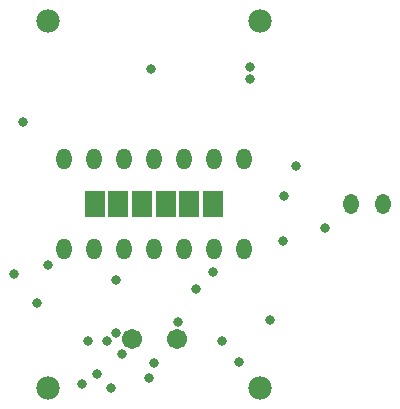
<source format=gbs>
G04 Layer_Color=16711935*
%FSAX44Y44*%
%MOMM*%
G71*
G01*
G75*
%ADD35O,1.3032X1.7032*%
%ADD36C,1.9812*%
%ADD37C,1.7032*%
%ADD38O,1.3032X1.8032*%
%ADD39C,0.8382*%
%ADD40R,1.7032X2.2032*%
D35*
X00801750Y00937000D02*
D03*
X00774750D02*
D03*
D36*
X00698000Y01092000D02*
D03*
X00518000D02*
D03*
Y00782000D02*
D03*
X00698000D02*
D03*
D37*
X00589280Y00822960D02*
D03*
X00627379D02*
D03*
D38*
X00684200Y00975100D02*
D03*
X00658800D02*
D03*
X00633400D02*
D03*
X00608000D02*
D03*
X00582600D02*
D03*
X00557200D02*
D03*
X00531800D02*
D03*
X00684200Y00898900D02*
D03*
X00658800D02*
D03*
X00633400D02*
D03*
X00608000D02*
D03*
X00582600D02*
D03*
X00557200D02*
D03*
X00531800D02*
D03*
D39*
X00643382Y00865378D02*
D03*
X00575818Y00827898D02*
D03*
X00551942Y00821690D02*
D03*
X00568452Y00821469D02*
D03*
X00508762Y00853440D02*
D03*
X00559816Y00793242D02*
D03*
X00706120Y00838962D02*
D03*
X00603504Y00790448D02*
D03*
X00572008Y00781558D02*
D03*
X00580898Y00810514D02*
D03*
X00518160Y00885698D02*
D03*
X00628269Y00837565D02*
D03*
X00657860Y00879856D02*
D03*
X00753000Y00917000D02*
D03*
X00665383Y00821000D02*
D03*
X00608000Y00803000D02*
D03*
X00576000Y00873000D02*
D03*
X00689000Y01053000D02*
D03*
X00606000Y01052000D02*
D03*
X00728000Y00970000D02*
D03*
X00718000Y00944000D02*
D03*
X00547000Y00785000D02*
D03*
X00717000Y00906000D02*
D03*
X00680000Y00804000D02*
D03*
X00497000Y01007000D02*
D03*
X00490000Y00878000D02*
D03*
X00689000Y01043000D02*
D03*
D40*
X00658000Y00937000D02*
D03*
X00638000D02*
D03*
X00617999D02*
D03*
X00597999D02*
D03*
X00577999D02*
D03*
X00557999D02*
D03*
M02*

</source>
